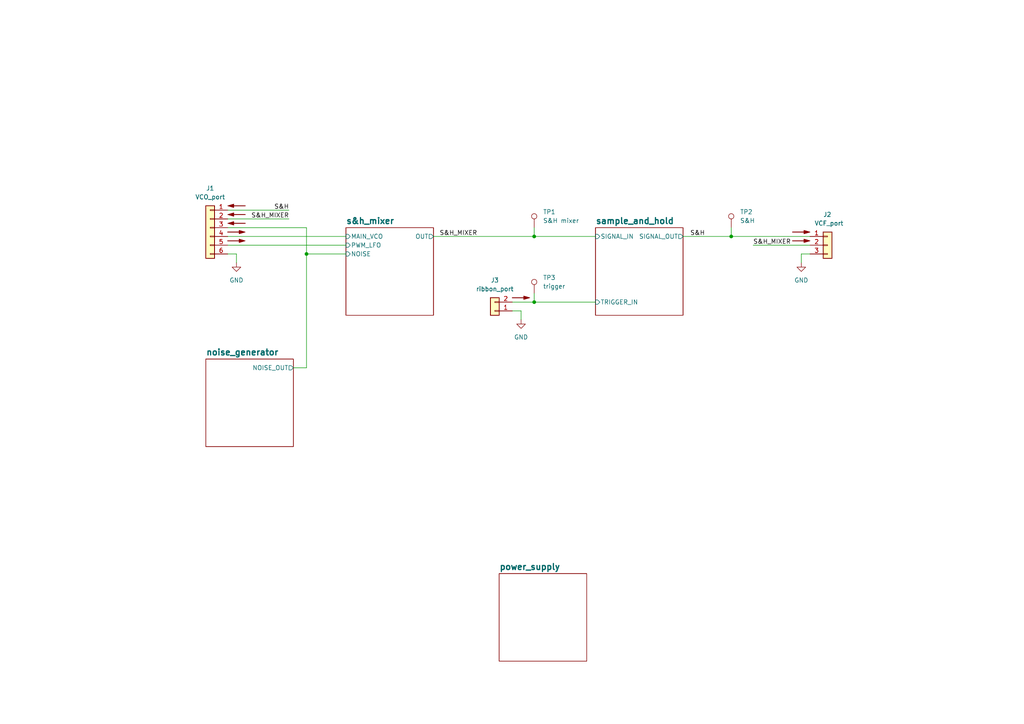
<source format=kicad_sch>
(kicad_sch (version 20230121) (generator eeschema)
  (paper "A4")
  (title_block (title "Josh Ox Ribbon Synth Sample and Hold Board") (date "2022-07-21") (rev "0") (comment 1 "creativecommons.org/licenses/by/4.0") (comment 2 "License: CC by 4.0") (comment 3 "Author: Jordan Aceto"))
  (lib_symbols
    (symbol "Connector:TestPoint" (pin_numbers hide) (pin_names (offset 0.762) hide)
      (property "Reference" "TP" (at 0 6.858 0))
      (property "Value" "TestPoint" (at 0 5.08 0))
      (symbol "TestPoint_0_1"
        (circle (center 0 3.302) (radius 0.762))
      )
      (symbol "TestPoint_1_1"
        (pin passive line (at 0 0 90) (length 2.54) (name "1") (number "1"))
      )
    )
    (symbol "Connector_Generic:Conn_01x02" (pin_names (offset 1.016) hide)
      (property "Reference" "J" (at 0 2.54 0))
      (property "Value" "Conn_01x02" (at 0 -5.08 0))
      (symbol "Conn_01x02_1_1"
        (rectangle (start -1.27 -2.413) (end 0 -2.667) (stroke (width 0.1524)))
        (rectangle (start -1.27 0.127) (end 0 -0.127) (stroke (width 0.1524)))
        (rectangle (start -1.27 1.27) (end 1.27 -3.81) (stroke (width 0.254)) (fill (type background)))
        (pin passive line (at -5.08 0 0) (length 3.81) (name "Pin_1") (number "1"))
        (pin passive line (at -5.08 -2.54 0) (length 3.81) (name "Pin_2") (number "2"))
      )
    )
    (symbol "Connector_Generic:Conn_01x03" (pin_names (offset 1.016) hide)
      (property "Reference" "J" (at 0 5.08 0))
      (property "Value" "Conn_01x03" (at 0 -5.08 0))
      (symbol "Conn_01x03_1_1"
        (rectangle (start -1.27 -2.413) (end 0 -2.667) (stroke (width 0.1524)))
        (rectangle (start -1.27 0.127) (end 0 -0.127) (stroke (width 0.1524)))
        (rectangle (start -1.27 2.667) (end 0 2.413) (stroke (width 0.1524)))
        (rectangle (start -1.27 3.81) (end 1.27 -3.81) (stroke (width 0.254)) (fill (type background)))
        (pin passive line (at -5.08 2.54 0) (length 3.81) (name "Pin_1") (number "1"))
        (pin passive line (at -5.08 0 0) (length 3.81) (name "Pin_2") (number "2"))
        (pin passive line (at -5.08 -2.54 0) (length 3.81) (name "Pin_3") (number "3"))
      )
    )
    (symbol "Connector_Generic:Conn_01x06" (pin_names (offset 1.016) hide)
      (property "Reference" "J" (at 0 7.62 0))
      (property "Value" "Conn_01x06" (at 0 -10.16 0))
      (symbol "Conn_01x06_1_1"
        (rectangle (start -1.27 -7.493) (end 0 -7.747) (stroke (width 0.1524)))
        (rectangle (start -1.27 -4.953) (end 0 -5.207) (stroke (width 0.1524)))
        (rectangle (start -1.27 -2.413) (end 0 -2.667) (stroke (width 0.1524)))
        (rectangle (start -1.27 0.127) (end 0 -0.127) (stroke (width 0.1524)))
        (rectangle (start -1.27 2.667) (end 0 2.413) (stroke (width 0.1524)))
        (rectangle (start -1.27 5.207) (end 0 4.953) (stroke (width 0.1524)))
        (rectangle (start -1.27 6.35) (end 1.27 -8.89) (stroke (width 0.254)) (fill (type background)))
        (pin passive line (at -5.08 5.08 0) (length 3.81) (name "Pin_1") (number "1"))
        (pin passive line (at -5.08 2.54 0) (length 3.81) (name "Pin_2") (number "2"))
        (pin passive line (at -5.08 0 0) (length 3.81) (name "Pin_3") (number "3"))
        (pin passive line (at -5.08 -2.54 0) (length 3.81) (name "Pin_4") (number "4"))
        (pin passive line (at -5.08 -5.08 0) (length 3.81) (name "Pin_5") (number "5"))
        (pin passive line (at -5.08 -7.62 0) (length 3.81) (name "Pin_6") (number "6"))
      )
    )
    (symbol "Graphic:SYM_Arrow_Normal" (in_bom no) (on_board no)
      (symbol "SYM_Arrow_Normal_0_1"
        (polyline (pts (xy 1.524 0) (xy -2.54 0)) (stroke (width 0.254)))
        (polyline (pts (xy 2.54 0) (xy 0.762 -0.508) (xy 0.762 0.508) (xy 2.54 0)) (fill (type outline)))
      )
    )
    (symbol "power:GND" (power) (pin_names (offset 0))
      (property "Value" "GND" (at 0 -3.81 0))
      (symbol "GND_0_1"
        (polyline (pts (xy 0 0) (xy 0 -1.27) (xy 1.27 -1.27) (xy 0 -2.54) (xy -1.27 -1.27) (xy 0 -1.27)))
      )
      (symbol "GND_1_1"
        (pin power_in line (at 0 0 270) (length 0) hide (name "GND") (number "1"))
      )
    )
  )
  (junction (at 154.94 87.63))
  (junction (at 154.94 68.58))
  (junction (at 88.9 73.66))
  (junction (at 212.09 68.58))
  (wire (pts (xy 68.58 73.66) (xy 66.04 73.66)))
  (wire (pts (xy 66.04 63.5) (xy 83.82 63.5)))
  (wire (pts (xy 88.9 106.68) (xy 88.9 73.66)))
  (wire (pts (xy 232.41 73.66) (xy 234.95 73.66)))
  (wire (pts (xy 154.94 87.63) (xy 172.72 87.63)))
  (wire (pts (xy 66.04 71.12) (xy 100.33 71.12)))
  (wire (pts (xy 212.09 68.58) (xy 234.95 68.58)))
  (wire (pts (xy 154.94 68.58) (xy 172.72 68.58)))
  (wire (pts (xy 68.58 76.2) (xy 68.58 73.66)))
  (wire (pts (xy 232.41 76.2) (xy 232.41 73.66)))
  (wire (pts (xy 85.09 106.68) (xy 88.9 106.68)))
  (wire (pts (xy 151.13 92.71) (xy 151.13 90.17)))
  (wire (pts (xy 151.13 90.17) (xy 148.59 90.17)))
  (wire (pts (xy 88.9 73.66) (xy 88.9 66.04)))
  (wire (pts (xy 88.9 66.04) (xy 66.04 66.04)))
  (wire (pts (xy 148.59 87.63) (xy 154.94 87.63)))
  (wire (pts (xy 154.94 85.09) (xy 154.94 87.63)))
  (wire (pts (xy 66.04 68.58) (xy 100.33 68.58)))
  (wire (pts (xy 212.09 66.04) (xy 212.09 68.58)))
  (wire (pts (xy 198.12 68.58) (xy 212.09 68.58)))
  (wire (pts (xy 154.94 66.04) (xy 154.94 68.58)))
  (wire (pts (xy 88.9 73.66) (xy 100.33 73.66)))
  (wire (pts (xy 218.44 71.12) (xy 234.95 71.12)))
  (wire (pts (xy 66.04 60.96) (xy 83.82 60.96)))
  (wire (pts (xy 125.73 68.58) (xy 154.94 68.58)))
  (label "S&H_MIXER" (at 83.82 63.5 180))
  (label "S&H" (at 83.82 60.96 180))
  (label "S&H_MIXER" (at 138.43 68.58 180))
  (label "S&H_MIXER" (at 218.44 71.12 0))
  (label "S&H" (at 204.47 68.58 180))
  (symbol (lib_id "Connector_Generic:Conn_01x02") (at 143.51 90.17 180) (unit 1)
    (property "Reference" "J3" (at 143.51 81.28 0))
    (property "Value" "ribbon_port" (at 143.51 83.82 0))
    (property "Footprint" "Connector_Molex:Molex_KK-254_AE-6410-02A_1x02_P2.54mm_Vertical" (effects hide))
  )
  (symbol (lib_id "Graphic:SYM_Arrow_Normal") (at 68.58 62.23 180) (unit 1)
    (property "Reference" "#SYM102" (effects hide))
    (property "Value" "SYM_Arrow_Normal" (effects hide))
    (property "Sim.Enable" "0" (effects hide))
  )
  (symbol (lib_id "Graphic:SYM_Arrow_Normal") (at 68.58 67.31 0) (unit 1)
    (property "Reference" "#SYM104" (effects hide))
    (property "Value" "SYM_Arrow_Normal" (effects hide))
    (property "Sim.Enable" "0" (effects hide))
  )
  (symbol (lib_id "Graphic:SYM_Arrow_Normal") (at 151.13 86.36 0) (unit 1)
    (property "Reference" "#SYM106" (effects hide))
    (property "Value" "SYM_Arrow_Normal" (effects hide))
    (property "Sim.Enable" "0" (effects hide))
  )
  (symbol (lib_id "Graphic:SYM_Arrow_Normal") (at 232.41 69.85 0) (unit 1)
    (property "Reference" "#SYM108" (effects hide))
    (property "Value" "SYM_Arrow_Normal" (effects hide))
    (property "Sim.Enable" "0" (effects hide))
  )
  (symbol (lib_id "Connector:TestPoint") (at 212.09 66.04 0) (unit 1) (in_bom no)
    (property "Reference" "TP2" (at 214.63 61.4679 0) (effects (justify left)))
    (property "Value" "S&H" (at 214.63 64.0079 0) (effects (justify left)))
    (property "Footprint" "TestPoint:TestPoint_Keystone_5000-5004_Miniature" (effects hide))
  )
  (symbol (lib_id "Connector_Generic:Conn_01x06") (at 60.96 66.04 0) (mirror y) (unit 1)
    (property "Reference" "J1" (at 60.96 54.61 0))
    (property "Value" "VCO_port" (at 60.96 57.15 0))
    (property "Footprint" "Connector_Molex:Molex_KK-254_AE-6410-06A_1x06_P2.54mm_Vertical" (effects hide))
  )
  (symbol (lib_id "Graphic:SYM_Arrow_Normal") (at 232.41 67.31 0) (unit 1)
    (property "Reference" "#SYM107" (effects hide))
    (property "Value" "SYM_Arrow_Normal" (effects hide))
    (property "Sim.Enable" "0" (effects hide))
  )
  (symbol (lib_id "power:GND") (at 68.58 76.2 0) (unit 1)
    (property "Reference" "#PWR01" (effects hide))
    (property "Value" "GND" (at 68.58 81.28 0))
  )
  (symbol (lib_id "power:GND") (at 151.13 92.71 0) (unit 1)
    (property "Reference" "#PWR03" (effects hide))
    (property "Value" "GND" (at 151.13 97.79 0))
  )
  (symbol (lib_id "power:GND") (at 232.41 76.2 0) (mirror y) (unit 1)
    (property "Reference" "#PWR02" (effects hide))
    (property "Value" "GND" (at 232.41 81.28 0))
  )
  (symbol (lib_id "Graphic:SYM_Arrow_Normal") (at 68.58 59.69 180) (unit 1)
    (property "Reference" "#SYM101" (effects hide))
    (property "Value" "SYM_Arrow_Normal" (effects hide))
    (property "Sim.Enable" "0" (effects hide))
  )
  (symbol (lib_id "Connector:TestPoint") (at 154.94 85.09 0) (unit 1) (in_bom no)
    (property "Reference" "TP3" (at 157.48 80.5179 0) (effects (justify left)))
    (property "Value" "trigger" (at 157.48 83.0579 0) (effects (justify left)))
    (property "Footprint" "TestPoint:TestPoint_Keystone_5000-5004_Miniature" (effects hide))
  )
  (symbol (lib_id "Connector_Generic:Conn_01x03") (at 240.03 71.12 0) (unit 1)
    (property "Reference" "J2" (at 238.76 62.23 0) (effects (justify left)))
    (property "Value" "VCF_port" (at 236.22 64.77 0) (effects (justify left)))
    (property "Footprint" "Connector_Molex:Molex_KK-254_AE-6410-03A_1x03_P2.54mm_Vertical" (effects hide))
  )
  (symbol (lib_id "Graphic:SYM_Arrow_Normal") (at 68.58 64.77 180) (unit 1)
    (property "Reference" "#SYM103" (effects hide))
    (property "Value" "SYM_Arrow_Normal" (effects hide))
    (property "Sim.Enable" "0" (effects hide))
  )
  (symbol (lib_id "Connector:TestPoint") (at 154.94 66.04 0) (unit 1) (in_bom no)
    (property "Reference" "TP1" (at 157.48 61.4679 0) (effects (justify left)))
    (property "Value" "S&H mixer" (at 157.48 64.0079 0) (effects (justify left)))
    (property "Footprint" "TestPoint:TestPoint_Keystone_5000-5004_Miniature" (effects hide))
  )
  (symbol (lib_id "Graphic:SYM_Arrow_Normal") (at 68.58 69.85 0) (unit 1)
    (property "Reference" "#SYM105" (effects hide))
    (property "Value" "SYM_Arrow_Normal" (effects hide))
    (property "Sim.Enable" "0" (effects hide))
  )
  (sheet (at 59.69 104.14) (size 25.4 25.4) (stroke (width 0.1524))
    (property "Sheetname" "noise_generator" (at 59.69 103.1884 0) (effects (font (size 1.75 1.75) bold) (justify left bottom)))
    (property "Sheetfile" "noise_generator.kicad_sch" (effects hide))
    (pin "NOISE_OUT" output (at 85.09 106.68 0))
  )
  (sheet (at 172.72 66.04) (size 25.4 25.4) (stroke (width 0.1524))
    (property "Sheetname" "sample_and_hold" (at 172.72 65.0884 0) (effects (font (size 1.75 1.75) bold) (justify left bottom)))
    (property "Sheetfile" "sample_and_hold.kicad_sch" (effects hide))
    (pin "SIGNAL_IN" input (at 172.72 68.58 180))
    (pin "TRIGGER_IN" input (at 172.72 87.63 180))
    (pin "SIGNAL_OUT" output (at 198.12 68.58 0))
  )
  (sheet (at 144.78 166.37) (size 25.4 25.4) (stroke (width 0.1524))
    (property "Sheetname" "power_supply" (at 144.78 165.4184 0) (effects (font (size 1.75 1.75) bold) (justify left bottom)))
    (property "Sheetfile" "power_supply.kicad_sch" (effects hide))
  )
  (sheet (at 100.33 66.04) (size 25.4 25.4) (stroke (width 0.1524))
    (property "Sheetname" "s&h_mixer" (at 100.33 65.0884 0) (effects (font (size 1.75 1.75) bold) (justify left bottom)))
    (property "Sheetfile" "s&h_mixer.kicad_sch" (effects hide))
    (pin "MAIN_VCO" input (at 100.33 68.58 180))
    (pin "NOISE" input (at 100.33 73.66 180))
    (pin "PWM_LFO" input (at 100.33 71.12 180))
    (pin "OUT" output (at 125.73 68.58 0))
  )
)
</source>
